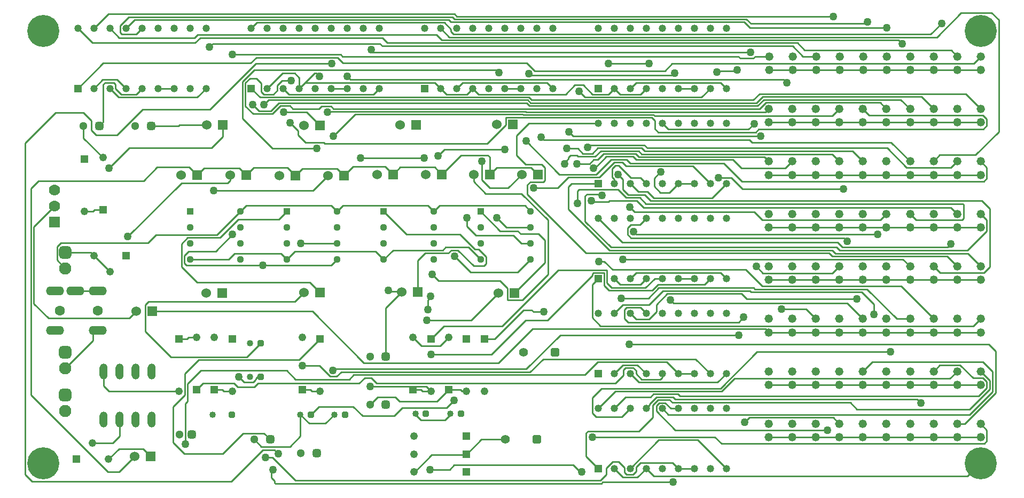
<source format=gbr>
%TF.GenerationSoftware,Altium Limited,Altium Designer,23.3.1 (30)*%
G04 Layer_Physical_Order=2*
G04 Layer_Color=16711680*
%FSLAX26Y26*%
%MOIN*%
%TF.SameCoordinates,C47A0882-6911-4C93-B89A-A613C280F5D7*%
%TF.FilePolarity,Positive*%
%TF.FileFunction,Copper,L2,Bot,Signal*%
%TF.Part,Single*%
G01*
G75*
%TA.AperFunction,Conductor*%
%ADD14C,0.010000*%
%TA.AperFunction,ComponentPad*%
%ADD15C,0.052000*%
%TA.AperFunction,ViaPad*%
%ADD16C,0.200000*%
%TA.AperFunction,ComponentPad*%
%ADD17C,0.048740*%
%ADD18R,0.048740X0.048740*%
%ADD19R,0.048740X0.048740*%
%ADD20R,0.060236X0.060236*%
%ADD21C,0.060236*%
%ADD22C,0.051181*%
G04:AMPARAMS|DCode=23|XSize=51.181mil|YSize=51.181mil|CornerRadius=12.795mil|HoleSize=0mil|Usage=FLASHONLY|Rotation=0.000|XOffset=0mil|YOffset=0mil|HoleType=Round|Shape=RoundedRectangle|*
%AMROUNDEDRECTD23*
21,1,0.051181,0.025591,0,0,0.0*
21,1,0.025591,0.051181,0,0,0.0*
1,1,0.025590,0.012795,-0.012795*
1,1,0.025590,-0.012795,-0.012795*
1,1,0.025590,-0.012795,0.012795*
1,1,0.025590,0.012795,0.012795*
%
%ADD23ROUNDEDRECTD23*%
%ADD24C,0.040000*%
G04:AMPARAMS|DCode=25|XSize=40mil|YSize=40mil|CornerRadius=10mil|HoleSize=0mil|Usage=FLASHONLY|Rotation=0.000|XOffset=0mil|YOffset=0mil|HoleType=Round|Shape=RoundedRectangle|*
%AMROUNDEDRECTD25*
21,1,0.040000,0.020000,0,0,0.0*
21,1,0.020000,0.040000,0,0,0.0*
1,1,0.020000,0.010000,-0.010000*
1,1,0.020000,-0.010000,-0.010000*
1,1,0.020000,-0.010000,0.010000*
1,1,0.020000,0.010000,0.010000*
%
%ADD25ROUNDEDRECTD25*%
%ADD26C,0.055118*%
G04:AMPARAMS|DCode=27|XSize=55.118mil|YSize=55.118mil|CornerRadius=13.78mil|HoleSize=0mil|Usage=FLASHONLY|Rotation=0.000|XOffset=0mil|YOffset=0mil|HoleType=Round|Shape=RoundedRectangle|*
%AMROUNDEDRECTD27*
21,1,0.055118,0.027559,0,0,0.0*
21,1,0.027559,0.055118,0,0,0.0*
1,1,0.027559,0.013780,-0.013780*
1,1,0.027559,-0.013780,-0.013780*
1,1,0.027559,-0.013780,0.013780*
1,1,0.027559,0.013780,0.013780*
%
%ADD27ROUNDEDRECTD27*%
%ADD28R,0.044488X0.044488*%
%ADD29C,0.044488*%
%ADD30C,0.046457*%
%ADD31R,0.046457X0.046457*%
%ADD32R,0.070000X0.070000*%
%ADD33C,0.070000*%
G04:AMPARAMS|DCode=34|XSize=76.772mil|YSize=76.772mil|CornerRadius=19.193mil|HoleSize=0mil|Usage=FLASHONLY|Rotation=270.000|XOffset=0mil|YOffset=0mil|HoleType=Round|Shape=RoundedRectangle|*
%AMROUNDEDRECTD34*
21,1,0.076772,0.038386,0,0,270.0*
21,1,0.038386,0.076772,0,0,270.0*
1,1,0.038386,-0.019193,-0.019193*
1,1,0.038386,-0.019193,0.019193*
1,1,0.038386,0.019193,0.019193*
1,1,0.038386,0.019193,-0.019193*
%
%ADD34ROUNDEDRECTD34*%
%ADD35C,0.076772*%
%ADD36R,0.048110X0.048110*%
%ADD37C,0.048110*%
%ADD38O,0.050000X0.100000*%
%ADD39O,0.112000X0.056000*%
%ADD40C,0.062992*%
%TA.AperFunction,ViaPad*%
%ADD41C,0.050000*%
D14*
X4474500Y2600500D02*
X4481000Y2607000D01*
X4353000Y2594000D02*
X4359500Y2600500D01*
X4474500D01*
X4029396Y2602000D02*
X4074396Y2647000D01*
X5955000D01*
X6001000Y2693000D01*
X4769022Y2547000D02*
X4789022Y2527000D01*
X2068000Y2547000D02*
X4769022D01*
X2047334Y2567666D02*
X2068000Y2547000D01*
X3456000Y2194000D02*
X4625000D01*
X4312000Y2853000D02*
X4313000Y2852000D01*
X4312000Y2853000D02*
Y2867500D01*
X4522000Y2907000D02*
X4558396Y2870604D01*
X2694666Y2907000D02*
X4522000D01*
X2679936Y2921730D02*
X2694666Y2907000D01*
X2715936Y2957730D02*
X2730666Y2943000D01*
X4548456Y2940000D02*
X5080000D01*
X2716626Y2925000D02*
X4538000D01*
X2701896Y2939730D02*
X2716626Y2925000D01*
X4538000D02*
X4565000Y2898000D01*
X4545456Y2943000D02*
X4548456Y2940000D01*
X2730666Y2943000D02*
X4545456D01*
X1691000Y2277000D02*
X1738697Y2229303D01*
Y2202043D02*
Y2229303D01*
X3962000Y1932000D02*
X4000000Y1970000D01*
X4396000Y2026000D02*
X4510000Y1912000D01*
X4000000Y1970000D02*
X4002000D01*
X4202998Y2008000D02*
X4312000Y1898998D01*
X3791228Y2049000D02*
X3814228Y2026000D01*
X3764000Y2031000D02*
X3787000Y2008000D01*
X3814228Y2026000D02*
X4396000D01*
X3787000Y2008000D02*
X4202998D01*
X3962000Y1880000D02*
Y1932000D01*
X1574346Y104346D02*
X1582000Y112000D01*
X1574346Y73522D02*
Y104346D01*
X1574000Y73176D02*
X1574346Y73522D01*
X1574000Y60000D02*
Y73176D01*
X3209063Y1097000D02*
X3273000D01*
X3144950Y1108000D02*
X3198063D01*
X3209063Y1097000D01*
X3296000Y1044000D02*
X3575772Y1323772D01*
X3593728Y1341728D02*
X3593730Y1341730D01*
X3583387Y1341728D02*
X3593728D01*
X3575772Y1323772D02*
Y1334113D01*
X3160000Y1044000D02*
X3296000D01*
X3575772Y1334113D02*
X3583387Y1341728D01*
X3593730Y1341730D02*
X3648230D01*
X1538000Y189000D02*
X1578244D01*
X1723244Y44000D01*
X1324000Y37000D02*
X1521000Y234000D01*
X1613142Y213000D02*
X1618000D01*
X1521000Y234000D02*
X1592142D01*
X1613142Y213000D01*
X5331963Y1079963D02*
Y1146037D01*
X5257000Y1221000D02*
X5331963Y1146037D01*
X3482000Y1776000D02*
Y1852000D01*
X3492000Y1862000D01*
X3736000D01*
X3611012Y2049240D02*
X3646772Y2085000D01*
X3584500Y2049240D02*
X3611012D01*
X3583000Y1994000D02*
X3591772D01*
X3558260Y2023000D02*
X3584500Y2049240D01*
X3480000Y2023000D02*
X3558260D01*
X3591772Y1994000D02*
X3664772Y2067000D01*
X3425827Y2052651D02*
Y2061827D01*
X3404000Y2020000D02*
Y2030824D01*
X3425827Y2061827D02*
X3440000Y2076000D01*
X3404000Y2030824D02*
X3425827Y2052651D01*
X2380002Y1225000D02*
X2385002Y1220000D01*
X2309000Y1225000D02*
X2380002D01*
X2304000Y1230000D02*
X2309000Y1225000D01*
X1058000Y1475000D02*
X1226000D01*
X1331000Y1580000D01*
X2551000Y1112000D02*
Y1170176D01*
X2566000Y1185176D01*
Y1196000D01*
X1961000Y2194000D02*
X2097450Y2330450D01*
X3142246D01*
X1371000Y690000D02*
X1403000Y658000D01*
X1461000D01*
X1738697Y2202043D02*
X1741626Y2199114D01*
X1785740Y2155000D01*
X1792456Y2344000D02*
X1876126Y2260330D01*
X1650000Y2344000D02*
X1792456D01*
X1459000Y2335000D02*
X1581000D01*
X1630000Y2384000D02*
X1689136D01*
X1581000Y2335000D02*
X1630000Y2384000D01*
X1570200Y2353000D02*
X1619200Y2402000D01*
X1526000Y2391000D02*
X1555000Y2420000D01*
X1501834Y2438000D02*
X3180009D01*
X3165098Y2402000D02*
X3183098Y2384000D01*
X3198009Y2420000D02*
X4580666D01*
X1555000D02*
X3172554D01*
X3180009Y2438000D02*
X3198009Y2420000D01*
X4608000Y2384000D02*
X4646244Y2422244D01*
X3183098Y2384000D02*
X4608000D01*
X3190554Y2402000D02*
X4600544D01*
X1447334Y2492500D02*
X1501834Y2438000D01*
X4600544Y2402000D02*
X4638788Y2440244D01*
X1619200Y2402000D02*
X3165098D01*
X4580666Y2420000D02*
X4618910Y2458244D01*
X1689136Y2384000D02*
X1706686Y2366450D01*
X3172554Y2420000D02*
X3190554Y2402000D01*
X1706686Y2366450D02*
X1869450D01*
X2668000Y498000D02*
X2714000Y544000D01*
X2390000Y498000D02*
X2668000D01*
X1785740Y2155000D02*
X1901000D01*
X1574000Y60000D02*
X1592000Y42000D01*
X1597858Y25000D02*
X3632456D01*
X1592000Y30858D02*
X1597858Y25000D01*
X1592000Y30858D02*
Y42000D01*
X3632456Y25000D02*
X3641456Y34000D01*
X3626000Y44000D02*
X3662000Y80000D01*
X1723244Y44000D02*
X3626000D01*
X5915365Y72000D02*
X5993365Y150000D01*
X3641456Y34000D02*
X4080000D01*
X5993365Y150000D02*
X6000000D01*
X3912000Y118500D02*
X3958500Y72000D01*
X5915365D01*
X3456176Y140000D02*
X3498176Y98000D01*
X3662000Y80000D02*
Y120000D01*
X3775770Y96500D02*
Y125230D01*
X3790000Y82270D02*
X3830500D01*
X3712000Y118500D02*
X3766230Y64270D01*
X2562000Y113000D02*
X2686399D01*
X3766230Y64270D02*
X3857770D01*
X3848230Y100000D02*
Y127230D01*
X3498176Y98000D02*
X3509000D01*
X3775770Y96500D02*
X3790000Y82270D01*
X3830500D02*
X3848230Y100000D01*
X3857770Y64270D02*
X3912000Y118500D01*
X2713399Y140000D02*
X3456176D01*
X2686399Y113000D02*
X2713399Y140000D01*
X1042454Y1389000D02*
X1947298D01*
X1783564Y2528730D02*
X1841834Y2587000D01*
X460000Y917924D02*
Y979984D01*
X2188786Y630214D02*
X2540558D01*
X2587298Y1725000D02*
X2623298Y1761000D01*
X3155300D01*
X3191300Y1725000D01*
X1983298D02*
X2019298Y1761000D01*
X2551298D01*
X2587298Y1725000D01*
X1379300D02*
X1415300Y1761000D01*
X1947298D01*
X1983298Y1725000D01*
X3192454Y1999000D02*
X3236124Y1955330D01*
X2978796Y1999000D02*
X3192454D01*
X2935126Y1955330D02*
X2978796Y1999000D01*
X2592456Y2000000D02*
X2636126Y1956330D01*
X2375796Y2000000D02*
X2592456D01*
X2332126Y1956330D02*
X2375796Y2000000D01*
X2935126Y1955330D02*
Y2063874D01*
X2923000Y2076000D02*
X2935126Y2063874D01*
X2755796Y2076000D02*
X2923000D01*
X2636126Y1956330D02*
X2755796Y2076000D01*
X2027124Y1949330D02*
X2081794Y2004000D01*
X2284456D01*
X2332126Y1956330D01*
X1983454Y1993000D02*
X2027124Y1949330D01*
X1765796Y1993000D02*
X1983454D01*
X1722126Y1949330D02*
X1765796Y1993000D01*
X1416126Y1950330D02*
X1462796Y1997000D01*
X1674456D01*
X1722126Y1949330D01*
X1372456Y1994000D02*
X1416126Y1950330D01*
X1153796Y1994000D02*
X1372456D01*
X1110126Y1950330D02*
X1153796Y1994000D01*
X2629666Y2492500D02*
X2666166Y2456000D01*
X2793166D01*
X2829666Y2492500D01*
X399788Y2182440D02*
Y2259000D01*
Y2182440D02*
X522000Y2060228D01*
X287000Y1468000D02*
X448000D01*
X467000Y1449000D01*
X3875500Y2456000D02*
X3912000Y2492500D01*
X3748500Y2456000D02*
X3875500D01*
X3712000Y2492500D02*
X3748500Y2456000D01*
X3712000Y1305500D02*
X3748500Y1269000D01*
X3875500D01*
X3912000Y1305500D01*
X1670700Y1425000D02*
X1720700Y1475000D01*
X2224700D01*
X2274700Y1425000D01*
X2458000Y938228D02*
X2510228Y886000D01*
X2627770D01*
X2680000Y938230D01*
X498212Y2259000D02*
X524000Y2284788D01*
Y2517000D01*
X535730Y2528730D01*
X590000D01*
X601230Y2517500D01*
Y2493000D02*
Y2517500D01*
Y2493000D02*
X637960Y2456270D01*
X728770D01*
X765000Y2492500D01*
X1755000Y1525000D02*
X1983298D01*
X1461000Y658000D02*
X1473000Y670000D01*
X1484000Y691000D01*
X1506000D01*
X1526212Y339000D02*
X1565212Y300000D01*
X1398000Y339000D02*
X1526212D01*
X1269000Y210000D02*
X1398000Y339000D01*
X1031000Y210000D02*
X1269000D01*
X960000Y281000D02*
X1031000Y210000D01*
X960000Y281000D02*
Y506000D01*
X1033372Y579372D01*
Y712000D01*
X1119372Y798000D01*
X1746770D01*
X1878000Y929230D01*
X2540558Y630214D02*
X2569000Y601772D01*
Y928228D02*
X2649772Y1009000D01*
X3011566D01*
X3362296Y1359730D01*
X3666230D01*
Y1278770D02*
Y1359730D01*
Y1278770D02*
X3697000Y1248000D01*
X3907328D01*
X3964828Y1305500D01*
X4012000D01*
X2188788Y517000D02*
X2236788Y565000D01*
X2345000D01*
X2373000Y537000D01*
X2605228D01*
X2680000Y611772D01*
X3040000Y1625000D02*
X3191300D01*
X2981000Y1684000D02*
X3040000Y1625000D01*
X2572898Y204000D02*
X2788354D01*
X2461898Y93000D02*
X2572898Y204000D01*
X2884354Y300000D02*
X3031574D01*
X2788354Y204000D02*
X2884354Y300000D01*
X3675000Y2648000D02*
X3930000D01*
X1814000Y1282000D02*
X1878000Y1218000D01*
X1109220Y1282000D02*
X1814000D01*
X1013454Y1377766D02*
X1109220Y1282000D01*
X1013454Y1377766D02*
Y1522454D01*
X1051246Y1560246D01*
X1252246D01*
X1367000Y1675000D01*
X1620700D01*
X1670700Y1725000D01*
X1031454Y1448454D02*
X1058000Y1475000D01*
X1031454Y1400000D02*
Y1448454D01*
Y1400000D02*
X1042454Y1389000D01*
X1947298D02*
X1983298Y1425000D01*
X3111300Y1345000D02*
X3191300Y1425000D01*
X2816000Y1345000D02*
X3111300D01*
X2716000Y1445000D02*
X2816000Y1345000D01*
X773000Y243000D02*
X821000Y195000D01*
X622000Y243000D02*
X773000D01*
X557000Y178000D02*
X622000Y243000D01*
X1316126Y1919126D02*
Y1950330D01*
X1300000Y1903000D02*
X1316126Y1919126D01*
X1012000Y1903000D02*
X1300000D01*
X676000Y1567000D02*
X1012000Y1903000D01*
X2578000Y1330000D02*
X2617000Y1291000D01*
X3000000D01*
X3047000Y1244000D01*
Y1172000D02*
Y1244000D01*
Y1172000D02*
X3138566D01*
X3299000Y1332434D01*
Y1670000D01*
X3133000Y1836000D02*
X3299000Y1670000D01*
X2910000Y1836000D02*
X3133000D01*
X2835126Y1910874D02*
X2910000Y1836000D01*
X2835126Y1910874D02*
Y1955330D01*
X5999000Y398712D02*
X6038000Y359712D01*
Y290000D02*
Y359712D01*
X6022000Y274000D02*
X6038000Y290000D01*
X4382000Y274000D02*
X6022000D01*
X4341000Y315000D02*
X4382000Y274000D01*
X3575000Y315000D02*
X4341000D01*
X3712000Y1087000D02*
X3768000Y1143000D01*
X3930000D01*
X4015230Y1228230D01*
X4558236D01*
X4565466Y1221000D01*
X5257000D01*
X3812000Y1087000D02*
X3848454Y1050546D01*
X3928546D01*
X3975000Y1097000D01*
Y1141502D01*
X4043728Y1210230D01*
X4505228D01*
X4538458Y1177000D01*
X5225000D01*
X3875000Y1124000D02*
X3912000Y1087000D01*
X3789000Y1124000D02*
X3875000D01*
X3775000Y1110000D02*
X3789000Y1124000D01*
X3775000Y1056546D02*
Y1110000D01*
Y1056546D02*
X3799000Y1032546D01*
X4488546D01*
X4521000Y1065000D01*
X5078666Y437712D02*
X5117666Y398712D01*
X4555712Y437712D02*
X5078666D01*
X4525000Y407000D02*
X4555712Y437712D01*
X465000Y2867500D02*
X555230Y2957730D01*
X2715936D01*
X4558396Y2870604D02*
X5413444D01*
X719230Y2921730D02*
X2679936D01*
X665000Y2867500D02*
X719230Y2921730D01*
X5282000Y2898000D02*
X5293000Y2909000D01*
X4565000Y2898000D02*
X5282000D01*
X683730Y2939730D02*
X2701896D01*
X628770Y2884770D02*
X683730Y2939730D01*
X628770Y2842500D02*
Y2884770D01*
Y2842500D02*
X640000Y2831270D01*
X728770D01*
X765000Y2867500D01*
X1329106Y2703394D02*
X2005000D01*
X2015394Y2693000D01*
X4488000D01*
X4501000Y2680000D01*
X4581000D01*
X4594000Y2693000D01*
X4679000D01*
X5999000Y726466D02*
X6056000Y669466D01*
Y614544D02*
Y669466D01*
X5929456Y488000D02*
X6056000Y614544D01*
X5227000Y488000D02*
X5929456D01*
X5185000Y530000D02*
X5227000Y488000D01*
X4075000Y530000D02*
X5185000D01*
X4057270Y547730D02*
X4075000Y530000D01*
X3986274Y547730D02*
X4057270D01*
X3952000Y513456D02*
X3986274Y547730D01*
X3952000Y439000D02*
Y513456D01*
X3866000Y353000D02*
X3952000Y439000D01*
X3550000Y353000D02*
X3866000D01*
X3537000Y340000D02*
X3550000Y353000D01*
X3537000Y193500D02*
Y340000D01*
Y193500D02*
X3612000Y118500D01*
X5806644Y681000D02*
X5852110Y726466D01*
X4463000Y681000D02*
X5806644D01*
X4383730Y601730D02*
X4463000Y681000D01*
X3720230Y601730D02*
X4383730D01*
X3612000Y493500D02*
X3720230Y601730D01*
X3712000Y493500D02*
X3784230Y565730D01*
X3939072D01*
X3957072Y583730D01*
X4110960D01*
X4124306Y570384D01*
X5986384D01*
X6038000Y622000D01*
Y660000D01*
X6014000Y684000D02*
X6038000Y660000D01*
X5952000Y684000D02*
X6014000D01*
X5870534Y765466D02*
X5952000Y684000D01*
X5744222Y765466D02*
X5870534D01*
X5705222Y726466D02*
X5744222Y765466D01*
X4618910Y2458244D02*
X5906000D01*
X5999000Y2365244D01*
X1447334Y2867500D02*
X1483564Y2903730D01*
X2652270D01*
X2693000Y2863000D01*
Y2848000D02*
Y2863000D01*
Y2848000D02*
X2710000Y2831000D01*
X5688000D01*
X5755000Y2898000D01*
X5630222Y2440244D02*
X5705222Y2365244D01*
X4638788Y2440244D02*
X5630222D01*
X5501332Y2422244D02*
X5558332Y2365244D01*
X4646244Y2422244D02*
X5501332D01*
X1495000Y2353000D02*
X1570200D01*
X1456000Y2392000D02*
X1495000Y2353000D01*
X1641104Y2540000D02*
X1696000D01*
X1611104Y2510000D02*
X1641104Y2540000D01*
X1611104Y2480000D02*
Y2510000D01*
X1587104Y2456000D02*
X1611104Y2480000D01*
X1525000Y2456000D02*
X1587104D01*
X1511000Y2470000D02*
X1525000Y2456000D01*
X1511000Y2470000D02*
Y2525000D01*
X1480000Y2556000D02*
X1511000Y2525000D01*
X1440000Y2556000D02*
X1480000D01*
X1411000Y2527000D02*
X1440000Y2556000D01*
X1411000Y2383000D02*
Y2527000D01*
Y2383000D02*
X1459000Y2335000D01*
X1869450Y2366450D02*
X1885000Y2382000D01*
X1945450D01*
X1961000Y2366450D01*
X3175192D01*
X3177414Y2364228D01*
X4619984D01*
X4660000Y2404244D01*
X5372444D01*
X5411444Y2365244D01*
X5264556D02*
X5303800Y2326000D01*
X6012000D01*
X6038000Y2300000D01*
Y2260000D02*
Y2300000D01*
X6016000Y2238000D02*
X6038000Y2260000D01*
X4614232Y2238000D02*
X6016000D01*
X4596000Y2219768D02*
X4614232Y2238000D01*
X3985232Y2219768D02*
X4596000D01*
X3965000Y2240000D02*
X3985232Y2219768D01*
X3965000Y2240000D02*
Y2293228D01*
X3948000Y2310228D02*
X3965000Y2293228D01*
X3127222Y2310228D02*
X3948000D01*
X3125000Y2312450D02*
X3127222Y2310228D01*
X3038000Y2312450D02*
X3125000D01*
X3038000Y2264564D02*
Y2312450D01*
X2921436Y2148000D02*
X3038000Y2264564D01*
X1908000Y2148000D02*
X2921436D01*
X1901000Y2155000D02*
X1908000Y2148000D01*
X5072422Y2320000D02*
X5117666Y2365244D01*
X3966230Y2320000D02*
X5072422D01*
X3958002Y2328228D02*
X3966230Y2320000D01*
X3144468Y2328228D02*
X3958002D01*
X3142246Y2330450D02*
X3144468Y2328228D01*
X4657984Y2346228D02*
X4677000Y2365244D01*
X3162468Y2346228D02*
X4657984D01*
X3160246Y2348450D02*
X3162468Y2346228D01*
X1927450Y2348450D02*
X3160246D01*
X1923000Y2344000D02*
X1927450Y2348450D01*
X5502310Y1257134D02*
X5705222Y1054222D01*
X4634866Y1257134D02*
X5502310D01*
X4532000Y1360000D02*
X4634866Y1257134D01*
X3701960Y1360000D02*
X4532000D01*
X3650960Y1411000D02*
X3701960Y1360000D01*
X3616000Y1411000D02*
X3650960D01*
X3871500Y1640000D02*
X3912000Y1680500D01*
X3816000Y1640000D02*
X3871500D01*
X3796000Y1620000D02*
X3816000Y1640000D01*
X3796000Y1580000D02*
Y1620000D01*
Y1580000D02*
X3817000Y1559000D01*
X5147000D01*
X5168000Y1538000D01*
X5166778Y1152000D02*
X5264556Y1054222D01*
X4082230Y1152000D02*
X5166778D01*
X4062000Y1172230D02*
X4082230Y1152000D01*
X4758000Y1114000D02*
X4911000D01*
X4970778Y1054222D01*
X3162246Y2165000D02*
X3371246Y1956000D01*
X3600000D01*
X3693000Y2049000D01*
X3791228D01*
X4510000Y1912000D02*
X6020000D01*
X6038000Y1930000D01*
Y1998490D01*
X5999000Y2037490D02*
X6038000Y1998490D01*
X5812620Y1998000D02*
X5852110Y2037490D01*
X5537000Y1998000D02*
X5812620D01*
X5415000Y2120000D02*
X5537000Y1998000D01*
X3920000Y2120000D02*
X5415000D01*
X3901000Y2139000D02*
X3920000Y2120000D01*
X3560000Y2139000D02*
X3901000D01*
X3545000Y2124000D02*
X3560000Y2139000D01*
X3415000Y2117000D02*
X3485000D01*
X3516760Y2085240D01*
X3575012D01*
X3610772Y2121000D01*
X3883000D01*
X3902772Y2101228D01*
X5200818D01*
X5264556Y2037490D01*
X5071928Y2083228D02*
X5117666Y2037490D01*
X3884772Y2083228D02*
X5071928D01*
X3865000Y2103000D02*
X3884772Y2083228D01*
X3628772Y2103000D02*
X3865000D01*
X3593012Y2067240D02*
X3628772Y2103000D01*
X3487000Y2067240D02*
X3593012D01*
X3478240Y2076000D02*
X3487000Y2067240D01*
X3440000Y2076000D02*
X3478240D01*
X3430000Y2220000D02*
X3456000Y2194000D01*
X5790086Y1444000D02*
X5852110Y1381976D01*
X5074000Y1444000D02*
X5790086D01*
X5054000Y1464000D02*
X5074000Y1444000D01*
X3537000Y1464000D02*
X5054000D01*
X3171000Y1830000D02*
X3537000Y1464000D01*
X3171000Y1830000D02*
Y1890000D01*
X3190000Y1909000D01*
X3270000D01*
X3280000Y1919000D01*
Y1999000D01*
X3260000Y2019000D02*
X3280000Y1999000D01*
X3160000Y2019000D02*
X3260000D01*
X3104000Y2075000D02*
X3160000Y2019000D01*
X3104000Y2075000D02*
Y2198000D01*
X3179998Y2273998D01*
X3612000D01*
X5812842Y1749000D02*
X5852110Y1709732D01*
X3897230Y1749000D02*
X5812842D01*
X3853230Y1793000D02*
X3897230Y1749000D01*
X3682000Y1793000D02*
X3853230D01*
X3675000Y1786000D02*
X3682000Y1793000D01*
X3576576Y1786000D02*
X3675000D01*
X3569576Y1793000D02*
X3576576Y1786000D01*
X5371712Y1670000D02*
X5411444Y1709732D01*
X4638000Y1670000D02*
X5371712D01*
X4587000Y1721000D02*
X4638000Y1670000D01*
X3840000Y1721000D02*
X4587000D01*
X3810000Y1751000D02*
X3840000Y1721000D01*
X1038000Y273000D02*
Y523308D01*
X1051372Y536680D01*
Y647372D01*
X1134000Y730000D01*
X1669000D01*
X1723000Y676000D01*
X2058168D01*
X2086204Y704036D01*
X3530036D01*
X3610230Y784230D01*
X4039770D01*
X4112000Y712000D01*
X4221000Y803000D02*
X4312000Y712000D01*
X3269000Y803000D02*
X4221000D01*
X3188036Y722036D02*
X3269000Y803000D01*
X2009036Y722036D02*
X3188036D01*
X1981000Y694000D02*
X2009036Y722036D01*
X1940000Y694000D02*
X1981000D01*
X1873000Y761000D02*
X1940000Y694000D01*
X1767000Y761000D02*
X1873000D01*
X4075500Y155000D02*
X4112000Y118500D01*
X3876000Y155000D02*
X4075500D01*
X3848230Y127230D02*
X3876000Y155000D01*
X3741000Y160000D02*
X3775770Y125230D01*
X3702000Y160000D02*
X3741000D01*
X3662000Y120000D02*
X3702000Y160000D01*
X80000Y37000D02*
X1324000D01*
X37000Y80000D02*
X80000Y37000D01*
X37000Y80000D02*
Y2152000D01*
X227000Y2342000D01*
X400000D01*
X449000Y2293000D01*
Y2232000D02*
Y2293000D01*
Y2232000D02*
X480000Y2201000D01*
X609000D01*
X769000Y2361000D01*
X1189870D01*
X1475870Y2647000D01*
X1949000D01*
X4275500Y1269000D02*
X4312000Y1305500D01*
X3987500Y1269000D02*
X4275500D01*
X3948500Y1230000D02*
X3987500Y1269000D01*
X3678230Y1230000D02*
X3948500D01*
X3648230Y1260000D02*
X3678230Y1230000D01*
X3648230Y1260000D02*
Y1341730D01*
X2947000Y831000D02*
X3160000Y1044000D01*
X2569000Y831000D02*
X2947000D01*
X1957000Y732000D02*
X1965036Y740036D01*
X3164036D01*
X3375000Y951000D01*
X4490000D01*
X1580000Y2117000D02*
X1858000D01*
X1393000Y2304000D02*
X1580000Y2117000D01*
X1393000Y2304000D02*
Y2534456D01*
X1467544Y2609000D01*
X2977000D01*
X2994000Y2592000D01*
X3712000Y2031000D02*
X3764000D01*
X3619000Y1938000D02*
X3712000Y2031000D01*
X3427000Y1938000D02*
X3619000D01*
X3360000Y1871000D02*
X3427000Y1938000D01*
X3209000Y1871000D02*
X3360000D01*
X3493000Y2476000D02*
X3531000Y2438000D01*
X4257500D01*
X4312000Y2492500D01*
X1110770Y2438270D02*
X1165000Y2492500D01*
X619230Y2438270D02*
X1110770D01*
X565000Y2492500D02*
X619230Y2438270D01*
X3812000Y118500D02*
X3990500Y297000D01*
X4233500D01*
X4412000Y118500D01*
X2729666Y2492500D02*
X2766166Y2529000D01*
X3293166D01*
X3329666Y2492500D01*
X3812000D02*
X3848500Y2529000D01*
X4375500D01*
X4412000Y2492500D01*
X829000Y1100000D02*
X1829408D01*
X2150000Y779408D01*
X2991306D01*
X3201864Y989966D01*
X4656256D01*
X4677000Y969222D01*
X1853000Y2587000D02*
X1873000Y2567000D01*
X1841834Y2587000D02*
X1853000D01*
X365000Y2492500D02*
X523500Y2651000D01*
X1444582D01*
X1478976Y2685394D01*
X1987000D01*
X2021394Y2651000D01*
X3167912D01*
X3216912Y2602000D01*
X4029396D01*
X5264556Y726466D02*
X5321556Y783466D01*
X6014534D01*
X6074000Y724000D01*
Y599000D02*
Y724000D01*
X5930712Y455712D02*
X6074000Y599000D01*
X4049788Y455712D02*
X5930712D01*
X4012000Y493500D02*
X4049788Y455712D01*
X3805000Y894000D02*
X6051000D01*
X6092000Y853000D01*
Y591000D02*
Y853000D01*
X5899712Y398712D02*
X6092000Y591000D01*
X5852110Y398712D02*
X5899712D01*
X3759500Y441000D02*
X3812000Y493500D01*
X3600000Y441000D02*
X3759500D01*
X3575000Y466000D02*
X3600000Y441000D01*
X3575000Y466000D02*
Y560000D01*
X3634730Y619730D01*
X4375730D01*
X4604000Y848000D01*
X5436798D01*
X5601616Y552384D02*
X5627000Y527000D01*
X4092960Y552384D02*
X5601616D01*
X4079614Y565730D02*
X4092960Y552384D01*
X3975072Y565730D02*
X4079614D01*
X3932232Y522890D02*
X3975072Y565730D01*
X3932232Y513732D02*
Y522890D01*
X3912000Y493500D02*
X3932232Y513732D01*
X2274700Y1425000D02*
X2332700Y1483000D01*
X2642000D01*
X2660000Y1501000D01*
X2802700D01*
X2878700Y1425000D01*
X2274700Y1725000D02*
X2416700Y1583000D01*
X2749000D01*
X2843000Y1489000D01*
X2865000D01*
X2914000Y1440000D01*
Y1398000D02*
Y1440000D01*
X2900000Y1384000D02*
X2914000Y1398000D01*
X2835000Y1384000D02*
X2900000D01*
X2736000Y1483000D02*
X2835000Y1384000D01*
X2696000Y1483000D02*
X2736000D01*
X2678000Y1465000D02*
X2696000Y1483000D01*
X2532000Y1465000D02*
X2678000D01*
X2485002Y1418002D02*
X2532000Y1465000D01*
X2485002Y1220000D02*
Y1418002D01*
X1107000Y611772D02*
X1147228Y652000D01*
X1340646D01*
X1364000Y628646D01*
X1467646D01*
X1491000Y652000D01*
X2120964D01*
X2155000Y686036D01*
X2196964D01*
X2231000Y652000D01*
X3720000D01*
X3771000Y703000D01*
Y736000D01*
X3783230Y748230D01*
X3830000D01*
X3848230Y730000D01*
Y712000D02*
Y730000D01*
Y712000D02*
X3884460Y675770D01*
X4000000D01*
X4012000Y687770D01*
Y712000D01*
X1271126Y2192126D02*
Y2264330D01*
X1200000Y2121000D02*
X1271126Y2192126D01*
X686000Y2121000D02*
X1200000D01*
X560000Y1995000D02*
X686000Y2121000D01*
X460000Y979984D02*
X488268D01*
X287934Y745858D02*
X460000Y917924D01*
X624000Y98000D02*
X721000Y195000D01*
X552000Y98000D02*
X624000D01*
X72000Y578000D02*
X552000Y98000D01*
X72000Y578000D02*
Y1867000D01*
X120000Y1915000D01*
X776000D01*
X861000Y2000000D01*
X1060456D01*
X1110126Y1950330D01*
X2902000Y928230D02*
X2965180D01*
X3144950Y1108000D01*
X5474912Y1054222D02*
X5558332D01*
X5290134Y1239000D02*
X5474912Y1054222D01*
X4591000Y1239000D02*
X5290134D01*
X4583000Y1247000D02*
X4591000Y1239000D01*
X3991000Y1247000D02*
X4583000D01*
X3925000Y1181000D02*
X3991000Y1247000D01*
X3755000Y1181000D02*
X3925000D01*
X5264556Y1624732D02*
X5411444D01*
X3179000Y2585000D02*
X3189000Y2575000D01*
X4079000D01*
X4091000Y2587000D01*
X4362000Y1936000D02*
X4443000D01*
X4513000Y1866000D01*
X5144000D01*
X4600000Y1380000D02*
X4641000Y1339000D01*
X5074690D01*
X5117666Y1381976D01*
X4012000Y2273998D02*
X4048230Y2237768D01*
X4550768D01*
X4585000Y2272000D01*
X3256000Y2189000D02*
X3272000Y2173000D01*
X4556116D01*
X4573116Y2156000D01*
X5439822D01*
X5558332Y2037490D01*
X3612000Y1680500D02*
X3762500Y1530000D01*
X5106000D01*
X5136000Y1500000D01*
X5792000D01*
X5813000Y1521000D01*
X2211120Y2719000D02*
X4564000D01*
X2195120Y2735000D02*
X2211120Y2719000D01*
X1188000Y2752000D02*
X1209000Y2773000D01*
X2250000D01*
X2266000Y2757000D01*
X4827000D01*
X4891000Y2693000D01*
X4972778D01*
X3132000Y1525000D02*
X3191300D01*
X3082000Y1575000D02*
X3132000Y1525000D01*
X2850000Y1575000D02*
X3082000D01*
X2792000Y1633000D02*
X2850000Y1575000D01*
X2792000Y1633000D02*
Y1684000D01*
X2287212Y818000D02*
Y1122210D01*
X2385002Y1220000D01*
X2593436Y2528730D02*
X2629666Y2492500D01*
X1783564Y2528730D02*
X2593436D01*
X1747334Y2492500D02*
X1783564Y2528730D01*
X1832794Y1855000D02*
X1927124Y1949330D01*
X1213000Y1855000D02*
X1832794D01*
X235000Y1420000D02*
X287000Y1368000D01*
X235000Y1420000D02*
Y1504000D01*
X260000Y1529000D01*
X804000D01*
X853246Y1578246D01*
X1232546D01*
X1379300Y1725000D01*
X1421000Y816000D02*
X1506000Y901000D01*
X945000Y816000D02*
X1421000D01*
X785000Y976000D02*
X945000Y816000D01*
X785000Y976000D02*
Y1140000D01*
X805000Y1160000D01*
X1720000D01*
X1778000Y1218000D01*
X3575000Y1268500D02*
X3612000Y1305500D01*
X3575000Y1060000D02*
Y1268500D01*
Y1060000D02*
X3626000Y1009000D01*
X5953778D01*
X5999000Y1054222D01*
Y1709732D02*
X6038000Y1670732D01*
Y1600000D02*
Y1670732D01*
X5918000Y1480000D02*
X6038000Y1600000D01*
X5120302Y1480000D02*
X5918000D01*
X5100302Y1500000D02*
X5120302Y1480000D01*
X3693000Y1500000D02*
X5100302D01*
X3531000Y1662000D02*
X3693000Y1500000D01*
X3531000Y1662000D02*
Y1820000D01*
X3542000Y1831000D01*
X3630000D01*
X3637000Y1824000D01*
X3812000Y712000D02*
X3866230Y657770D01*
X4357770D01*
X4412000Y712000D01*
X4065500Y493500D02*
X4112000D01*
X4029270Y529730D02*
X4065500Y493500D01*
X3993730Y529730D02*
X4029270D01*
X3975000Y511000D02*
X3993730Y529730D01*
X3975000Y478000D02*
Y511000D01*
Y478000D02*
X4094000Y359000D01*
X5044000D01*
X3091000Y1216000D02*
X3278680Y1403680D01*
Y1545320D01*
X3240000Y1584000D02*
X3278680Y1545320D01*
X3129000Y1584000D02*
X3240000D01*
X3110000Y1603000D02*
X3129000Y1584000D01*
X3000700Y1603000D02*
X3110000D01*
X2878700Y1725000D02*
X3000700Y1603000D01*
X2653000Y2112000D02*
X3031000D01*
X2613000Y2072000D02*
X2653000Y2112000D01*
X2763000Y601772D02*
X2791000D01*
X2753000Y611772D02*
X2763000Y601772D01*
X2680000Y611772D02*
X2753000D01*
X2339000Y447000D02*
X2390000Y498000D01*
X2142000Y447000D02*
X2339000D01*
X2084000Y505000D02*
X2142000Y447000D01*
X1869000Y505000D02*
X2084000D01*
X1820000Y456000D02*
X1869000Y505000D01*
X2131000Y2057000D02*
X2527000D01*
X4056002Y1843000D02*
X4112000Y1898998D01*
X3999000Y1843000D02*
X4056002D01*
X3962000Y1880000D02*
X3999000Y1843000D01*
X3849000Y1582000D02*
X5358000D01*
X3834000Y1597000D02*
X3849000Y1582000D01*
X3446998Y1898998D02*
X3612000D01*
X3427000Y1879000D02*
X3446998Y1898998D01*
X3427000Y1739000D02*
Y1879000D01*
Y1739000D02*
X3684000Y1482000D01*
X5072000D01*
X5092000Y1462000D01*
X5918976D01*
X5999000Y1381976D01*
X5514308Y1426000D02*
X5558332Y1381976D01*
X3767000Y1426000D02*
X5514308D01*
X2885000Y1920000D02*
Y2038000D01*
Y1920000D02*
X2935000Y1870000D01*
X3050794D01*
X3136124Y1955330D01*
X4649262Y2065228D02*
X4677000Y2037490D01*
X3866772Y2065228D02*
X4649262D01*
X3847000Y2085000D02*
X3866772Y2065228D01*
X3646772Y2085000D02*
X3847000D01*
X4780398Y1994000D02*
X4823888Y2037490D01*
X4507000Y1994000D02*
X4780398D01*
X4453772Y2047228D02*
X4507000Y1994000D01*
X3848772Y2047228D02*
X4453772D01*
X3829000Y2067000D02*
X3848772Y2047228D01*
X3664772Y2067000D02*
X3829000D01*
X5705222Y2037490D02*
X5744732Y2077000D01*
X5967000D01*
X6113000Y2223000D01*
Y2920000D01*
X6068000Y2965000D02*
X6113000Y2920000D01*
X5878000Y2965000D02*
X6068000D01*
X5726000Y2813000D02*
X5878000Y2965000D01*
X2684166Y2813000D02*
X5726000D01*
X2629666Y2867500D02*
X2684166Y2813000D01*
X2543000Y1044000D02*
X2819000D01*
X2991000Y1216000D01*
X1747334Y2492500D02*
Y2559396D01*
X1720000Y2586730D02*
X1747334Y2559396D01*
X1641564Y2586730D02*
X1720000D01*
X1547334Y2492500D02*
X1641564Y2586730D01*
X1066700Y1425000D02*
X1308000D01*
X1344000Y1461000D01*
X1634700D01*
X1670700Y1425000D01*
X3675770Y2456270D02*
X3712000Y2492500D01*
X3577730Y2456270D02*
X3675770D01*
X3520000Y2514000D02*
X3577730Y2456270D01*
X3468000Y2514000D02*
X3520000D01*
X3410000Y2456000D02*
X3468000Y2514000D01*
X2866166Y2456000D02*
X3410000D01*
X2829666Y2492500D02*
X2866166Y2456000D01*
X1647334Y2492500D02*
X1683834Y2456000D01*
X2210834D01*
X2247334Y2492500D01*
X5815110Y2732000D02*
X5854110Y2693000D01*
X4900888Y2732000D02*
X5815110D01*
X4855888Y2777000D02*
X4900888Y2732000D01*
X2297944Y2777000D02*
X4855888D01*
X2265132Y2809812D02*
X2297944Y2777000D01*
X1130598Y2809812D02*
X2265132D01*
X1097786Y2777000D02*
X1130598Y2809812D01*
X455500Y2777000D02*
X1097786D01*
X365000Y2867500D02*
X455500Y2777000D01*
X5488000Y2795000D02*
X5511000Y2772000D01*
X2635000Y2795000D02*
X5488000D01*
X2602188Y2827812D02*
X2635000Y2795000D01*
X1112598Y2827812D02*
X2602188D01*
X1093786Y2809000D02*
X1112598Y2827812D01*
X623500Y2809000D02*
X1093786D01*
X565000Y2867500D02*
X623500Y2809000D01*
X5558332Y1709732D02*
X5598064Y1670000D01*
X5882000D01*
X5892000Y1680000D01*
Y1767000D01*
X5886000Y1773000D02*
X5892000Y1767000D01*
X3911230Y1773000D02*
X5886000D01*
X3873230Y1811000D02*
X3911230Y1773000D01*
X3787000Y1811000D02*
X3873230D01*
X3736000Y1862000D02*
X3787000Y1811000D01*
X5705222Y1381976D02*
X5745198Y1342000D01*
X6020000D01*
X6056000Y1378000D01*
Y1742000D01*
X6007000Y1791000D02*
X6056000Y1742000D01*
X3940230Y1791000D02*
X6007000D01*
X3902230Y1829000D02*
X3940230Y1791000D01*
X3800000Y1829000D02*
X3902230D01*
X3766000Y1863000D02*
X3800000Y1829000D01*
X3766000Y1863000D02*
Y1926000D01*
X3737000Y1955000D02*
X3766000Y1926000D01*
X4322002Y1809000D02*
X4412000Y1898998D01*
X3958230Y1809000D02*
X4322002D01*
X3920230Y1847000D02*
X3958230Y1809000D01*
X3863998Y1847000D02*
X3920230D01*
X3812000Y1898998D02*
X3863998Y1847000D01*
X3712000Y1898998D02*
Y1925226D01*
X3699000Y1938226D02*
X3712000Y1925226D01*
X3699000Y1938226D02*
Y1992000D01*
X3720000Y2013000D01*
X3740228D01*
X3817228Y1936000D01*
X3874998D01*
X3912000Y1898998D01*
X4823888Y2280244D02*
X4970778D01*
X686000Y1057000D02*
X729000Y1100000D01*
X182000Y1057000D02*
X686000D01*
X90000Y1149000D02*
X182000Y1057000D01*
X90000Y1149000D02*
Y1628000D01*
X219000Y1757000D01*
X3857770Y766230D02*
X3912000Y712000D01*
X3766230Y766230D02*
X3857770D01*
X3712000Y712000D02*
X3766230Y766230D01*
X1754000Y320000D02*
Y456000D01*
X1690000Y256000D02*
X1754000Y320000D01*
X1510788Y256000D02*
X1690000D01*
X1466788Y300000D02*
X1510788Y256000D01*
X3812000Y1305500D02*
X3848500Y1342000D01*
X4375500D01*
X4412000Y1305500D01*
X610770Y2546730D02*
X665000Y2492500D01*
X519230Y2546730D02*
X610770D01*
X465000Y2492500D02*
X519230Y2546730D01*
X626000Y320000D02*
Y424000D01*
X584000Y278000D02*
X626000Y320000D01*
X457000Y278000D02*
X584000D01*
X526000Y635772D02*
Y724000D01*
Y635772D02*
X560000Y601772D01*
X996000D01*
X2472000Y456000D02*
X2508000Y420000D01*
X2655000D01*
X2691000Y456000D01*
X1754000D02*
X1810000Y400000D01*
X1911000D01*
X1967000Y456000D01*
X467000Y1449000D02*
X567000Y1349000D01*
X350472Y1228016D02*
X488268D01*
X1056000Y938228D02*
X1107000D01*
X1046000Y928228D02*
X1056000Y938228D01*
X996000Y928228D02*
X1046000D01*
X469000Y1733772D02*
X522000D01*
X459000Y1723772D02*
X469000Y1733772D01*
X406000Y1723772D02*
X459000D01*
X999330Y2264330D02*
X1171126D01*
X994000Y2259000D02*
X999330Y2264330D01*
X823212Y2259000D02*
X994000D01*
X1278000Y601772D02*
X1329000D01*
X1268000Y611772D02*
X1278000Y601772D01*
X1218000Y611772D02*
X1268000D01*
X1826000Y602772D02*
X1878000D01*
X1817000Y611772D02*
X1826000Y602772D01*
X1766000Y611772D02*
X1817000D01*
X2518000Y601772D02*
X2569000D01*
X2508000Y611772D02*
X2518000Y601772D01*
X2458000Y611772D02*
X2508000D01*
X4112000Y712000D02*
X4212000D01*
X865000Y2492500D02*
X965000D01*
X4112000Y118500D02*
X4212000D01*
X1947334Y2492500D02*
X2047334D01*
X4112000Y1305500D02*
X4212000D01*
X3029666Y2492500D02*
X3129666D01*
X4112000Y1898998D02*
X4212000D01*
X4112000Y2492500D02*
X4212000D01*
X4972778Y2608000D02*
X5119666D01*
X4825888D02*
X4972778D01*
X4679000D02*
X4825888D01*
X5854110D02*
X6001000D01*
X5707222D02*
X5854110D01*
X5560332D02*
X5707222D01*
X5413444D02*
X5560332D01*
X5119666D02*
X5266556D01*
X5413444D01*
X5852110Y1952490D02*
X5999000D01*
X5705222D02*
X5852110D01*
X5558332D02*
X5705222D01*
X5411444D02*
X5558332D01*
X5264556D02*
X5411444D01*
X5117666D02*
X5264556D01*
X4970778D02*
X5117666D01*
X4823888D02*
X4970778D01*
X4677000D02*
X4823888D01*
X5852110Y2280244D02*
X5999000D01*
X5705222D02*
X5852110D01*
X5558332D02*
X5705222D01*
X5411444D02*
X5558332D01*
X5264556D02*
X5411444D01*
X4677000D02*
X4823888D01*
X5117666D02*
X5264556D01*
X4970778D02*
X5117666D01*
X4677000Y641466D02*
X4823888D01*
X5852110D02*
X5999000D01*
X5705222D02*
X5852110D01*
X5558332D02*
X5705222D01*
X5411444D02*
X5558332D01*
X5264556D02*
X5411444D01*
X5117666D02*
X5264556D01*
X4823888D02*
X4970778D01*
X5117666D01*
X5852110Y313712D02*
X5999000D01*
X5705222D02*
X5852110D01*
X5558332D02*
X5705222D01*
X5411444D02*
X5558332D01*
X5264556D02*
X5411444D01*
X5117666D02*
X5264556D01*
X4970778D02*
X5117666D01*
X4823888D02*
X4970778D01*
X4677000D02*
X4823888D01*
X5852110Y969222D02*
X5999000D01*
X5705222D02*
X5852110D01*
X5558332D02*
X5705222D01*
X5264556D02*
X5411444D01*
X5558332D01*
X5117666D02*
X5264556D01*
X4970778D02*
X5117666D01*
X4823888D02*
X4970778D01*
X4677000D02*
X4823888D01*
X4677000Y1624732D02*
X4823888D01*
X5852110D02*
X5999000D01*
X5705222D02*
X5852110D01*
X5558332D02*
X5705222D01*
X5411444D02*
X5558332D01*
X5117666D02*
X5264556D01*
X4823888D02*
X4970778D01*
X5117666D01*
X5852110Y1296976D02*
X5999000D01*
X5705222D02*
X5852110D01*
X5558332D02*
X5705222D01*
X5264556D02*
X5411444D01*
X5558332D01*
X4677000D02*
X4823888D01*
X5117666D02*
X5264556D01*
X4823888D02*
X4970778D01*
X5117666D01*
D15*
X5852110Y1952490D02*
D03*
Y2037490D02*
D03*
X5999000Y1952490D02*
D03*
Y2037490D02*
D03*
X5558332Y2280244D02*
D03*
Y2365244D02*
D03*
X5411444Y2280244D02*
D03*
Y2365244D02*
D03*
X5705222Y2280244D02*
D03*
Y2365244D02*
D03*
X5264556Y1952490D02*
D03*
Y2037490D02*
D03*
X5999000Y2280244D02*
D03*
Y2365244D02*
D03*
X5852110Y2280244D02*
D03*
Y2365244D02*
D03*
X5558332Y1952490D02*
D03*
Y2037490D02*
D03*
X5411444Y1952490D02*
D03*
Y2037490D02*
D03*
X5705222Y1952490D02*
D03*
Y2037490D02*
D03*
X5264556Y2280244D02*
D03*
Y2365244D02*
D03*
X5558332Y1296976D02*
D03*
Y1381976D02*
D03*
X5705222Y1296976D02*
D03*
Y1381976D02*
D03*
X5852110Y1296976D02*
D03*
Y1381976D02*
D03*
X5999000Y1296976D02*
D03*
Y1381976D02*
D03*
X5411444Y1296976D02*
D03*
Y1381976D02*
D03*
X5852110Y1624732D02*
D03*
Y1709732D02*
D03*
X5999000Y1624732D02*
D03*
Y1709732D02*
D03*
X5264556Y1624732D02*
D03*
Y1709732D02*
D03*
X5411444Y1624732D02*
D03*
Y1709732D02*
D03*
X5705222Y1624732D02*
D03*
Y1709732D02*
D03*
X5558332Y1624732D02*
D03*
Y1709732D02*
D03*
X5411444Y313712D02*
D03*
Y398712D02*
D03*
X4679000Y2693000D02*
D03*
Y2608000D02*
D03*
X5413444Y2693000D02*
D03*
Y2608000D02*
D03*
X5264556Y1296976D02*
D03*
Y1381976D02*
D03*
X5266556Y2693000D02*
D03*
Y2608000D02*
D03*
X4972778Y2693000D02*
D03*
Y2608000D02*
D03*
X5119666Y2693000D02*
D03*
Y2608000D02*
D03*
X5264556Y641466D02*
D03*
Y726466D02*
D03*
X4823888Y2280244D02*
D03*
Y2365244D02*
D03*
X4970778Y2280244D02*
D03*
Y2365244D02*
D03*
X5117666Y2280244D02*
D03*
Y2365244D02*
D03*
X4825888Y2693000D02*
D03*
Y2608000D02*
D03*
X5854110Y2693000D02*
D03*
Y2608000D02*
D03*
X5707222Y2693000D02*
D03*
Y2608000D02*
D03*
X5560332Y2693000D02*
D03*
Y2608000D02*
D03*
X6001000Y2693000D02*
D03*
Y2608000D02*
D03*
X5264556Y313712D02*
D03*
Y398712D02*
D03*
X5852110Y313712D02*
D03*
Y398712D02*
D03*
X5705222Y313712D02*
D03*
Y398712D02*
D03*
X5558332Y313712D02*
D03*
Y398712D02*
D03*
X5264556Y969222D02*
D03*
Y1054222D02*
D03*
X5558332Y969222D02*
D03*
Y1054222D02*
D03*
X5705222Y969222D02*
D03*
Y1054222D02*
D03*
X5411444Y969222D02*
D03*
Y1054222D02*
D03*
X5999000Y398712D02*
D03*
Y313712D02*
D03*
X5852110Y641466D02*
D03*
Y726466D02*
D03*
X5999000Y641466D02*
D03*
Y726466D02*
D03*
X5411444Y641466D02*
D03*
Y726466D02*
D03*
X5705222Y641466D02*
D03*
Y726466D02*
D03*
X5558332Y641466D02*
D03*
Y726466D02*
D03*
X5852110Y969222D02*
D03*
Y1054222D02*
D03*
X4677000Y2280244D02*
D03*
Y2365244D02*
D03*
X5999000Y969222D02*
D03*
Y1054222D02*
D03*
X4677000Y313712D02*
D03*
Y398712D02*
D03*
X4823888Y641466D02*
D03*
Y726466D02*
D03*
X4677000Y641466D02*
D03*
Y726466D02*
D03*
X4823888Y313712D02*
D03*
Y398712D02*
D03*
X4677000Y969222D02*
D03*
Y1054222D02*
D03*
X5117666Y969222D02*
D03*
Y1054222D02*
D03*
X4677000Y1296976D02*
D03*
Y1381976D02*
D03*
X4970778Y1296976D02*
D03*
Y1381976D02*
D03*
X5117666Y1296976D02*
D03*
Y1381976D02*
D03*
X4970778Y969222D02*
D03*
Y1054222D02*
D03*
X4823888Y1296976D02*
D03*
Y1381976D02*
D03*
Y969222D02*
D03*
Y1054222D02*
D03*
X4677000Y1624732D02*
D03*
Y1709732D02*
D03*
X4823888Y1952490D02*
D03*
Y2037490D02*
D03*
Y1624732D02*
D03*
Y1709732D02*
D03*
X4677000Y1952490D02*
D03*
Y2037490D02*
D03*
X4970778Y313712D02*
D03*
Y398712D02*
D03*
Y641466D02*
D03*
Y726466D02*
D03*
X5117666Y641466D02*
D03*
Y726466D02*
D03*
Y313712D02*
D03*
Y398712D02*
D03*
Y1624732D02*
D03*
Y1709732D02*
D03*
X4970778Y1952490D02*
D03*
Y2037490D02*
D03*
Y1624732D02*
D03*
Y1709732D02*
D03*
X5117666Y1952490D02*
D03*
Y2037490D02*
D03*
D16*
X150000Y150000D02*
D03*
Y2850000D02*
D03*
X6000000Y150000D02*
D03*
Y2850000D02*
D03*
D17*
X1107000Y938228D02*
D03*
X2461771Y97000D02*
D03*
Y209000D02*
D03*
Y320000D02*
D03*
X1878000Y602772D02*
D03*
X1766000Y938230D02*
D03*
X1329000Y601772D02*
D03*
X1218000Y938228D02*
D03*
X996000Y601772D02*
D03*
X522000Y2060228D02*
D03*
X406000Y1723772D02*
D03*
X2458000Y938228D02*
D03*
X2569000Y601772D02*
D03*
X2902000D02*
D03*
X2680000Y938230D02*
D03*
X2791000Y601772D02*
D03*
D18*
X1107000Y611772D02*
D03*
X1878000Y929230D02*
D03*
X1766000Y611772D02*
D03*
X1329000Y928228D02*
D03*
X1218000Y611772D02*
D03*
X996000Y928228D02*
D03*
X522000Y1733772D02*
D03*
X406000Y2050228D02*
D03*
X2458000Y611772D02*
D03*
X2569000Y928228D02*
D03*
X2902000Y928230D02*
D03*
X2680000Y611772D02*
D03*
X2791000Y928230D02*
D03*
D19*
X2788227Y97000D02*
D03*
Y209000D02*
D03*
X2788229Y320000D02*
D03*
D20*
X3081126Y2269330D02*
D03*
X3236124Y1955330D02*
D03*
X2935126D02*
D03*
X1876126Y2260330D02*
D03*
X1722126Y1949330D02*
D03*
X2332126Y1956330D02*
D03*
X2027124Y1949330D02*
D03*
X1416126Y1950330D02*
D03*
X1110126D02*
D03*
X1271126Y2264330D02*
D03*
X2477126Y2265330D02*
D03*
X2636126Y1956330D02*
D03*
X3091000Y1216000D02*
D03*
X2485002Y1220000D02*
D03*
X1878000Y1218000D02*
D03*
X1268000Y1216000D02*
D03*
X821000Y195000D02*
D03*
X829000Y1100000D02*
D03*
D21*
X2981126Y2269330D02*
D03*
X3136124Y1955330D02*
D03*
X2835126D02*
D03*
X1776126Y2260330D02*
D03*
X1622126Y1949330D02*
D03*
X2232126Y1956330D02*
D03*
X1927124Y1949330D02*
D03*
X1316126Y1950330D02*
D03*
X1010126D02*
D03*
X1171126Y2264330D02*
D03*
X2377126Y2265330D02*
D03*
X2536126Y1956330D02*
D03*
X2991000Y1216000D02*
D03*
X2385002Y1220000D02*
D03*
X1778000Y1218000D02*
D03*
X1168000Y1216000D02*
D03*
X721000Y195000D02*
D03*
X729000Y1100000D02*
D03*
D22*
X724788Y2259000D02*
D03*
X2188788Y517000D02*
D03*
X2188786Y818000D02*
D03*
X1466788Y300000D02*
D03*
X1757788Y214000D02*
D03*
X399788Y2259000D02*
D03*
X998630Y332000D02*
D03*
D23*
X823212Y2259000D02*
D03*
X2287212Y517000D02*
D03*
Y818000D02*
D03*
X1565212Y300000D02*
D03*
X1856212Y214000D02*
D03*
X498212Y2259000D02*
D03*
X1077370Y332000D02*
D03*
D24*
X2691000Y460000D02*
D03*
X2472000D02*
D03*
X1754000Y456000D02*
D03*
X1967000D02*
D03*
X1440000Y691000D02*
D03*
Y901000D02*
D03*
X1205000Y454000D02*
D03*
D25*
X2757000Y460000D02*
D03*
X2538000D02*
D03*
X1820000Y456000D02*
D03*
X2033000D02*
D03*
X1506000Y691000D02*
D03*
Y901000D02*
D03*
X1325000Y454000D02*
D03*
D26*
X3145574Y845000D02*
D03*
X3031574Y300000D02*
D03*
D27*
X3342426Y845000D02*
D03*
X3228426Y300000D02*
D03*
D28*
X2878700Y1725000D02*
D03*
X2274700D02*
D03*
X1670700D02*
D03*
X1066700D02*
D03*
D29*
X2878700Y1625000D02*
D03*
Y1525000D02*
D03*
Y1425000D02*
D03*
X3191300D02*
D03*
Y1525000D02*
D03*
Y1625000D02*
D03*
Y1725000D02*
D03*
X2587298D02*
D03*
Y1625000D02*
D03*
Y1525000D02*
D03*
Y1425000D02*
D03*
X2274700D02*
D03*
Y1525000D02*
D03*
Y1625000D02*
D03*
X1983298Y1725000D02*
D03*
Y1625000D02*
D03*
Y1525000D02*
D03*
Y1425000D02*
D03*
X1670700D02*
D03*
Y1525000D02*
D03*
Y1625000D02*
D03*
X1379300Y1725000D02*
D03*
Y1625000D02*
D03*
Y1525000D02*
D03*
Y1425000D02*
D03*
X1066700D02*
D03*
Y1525000D02*
D03*
Y1625000D02*
D03*
D30*
X3612000Y2273998D02*
D03*
X3712000D02*
D03*
X3812000D02*
D03*
X3912000D02*
D03*
X4012000D02*
D03*
X4112000D02*
D03*
X4212000D02*
D03*
X4312000D02*
D03*
X4412000D02*
D03*
Y1898998D02*
D03*
X4312000D02*
D03*
X4212000D02*
D03*
X4112000D02*
D03*
X4012000D02*
D03*
X3912000D02*
D03*
X3812000D02*
D03*
X3712000D02*
D03*
X3612000Y1680500D02*
D03*
X3712000D02*
D03*
X3812000D02*
D03*
X3912000D02*
D03*
X4012000D02*
D03*
X4112000D02*
D03*
X4212000D02*
D03*
X4312000D02*
D03*
X4412000D02*
D03*
Y1305500D02*
D03*
X4312000D02*
D03*
X4212000D02*
D03*
X4112000D02*
D03*
X4012000D02*
D03*
X3912000D02*
D03*
X3812000D02*
D03*
X3712000D02*
D03*
X3612000Y2867500D02*
D03*
X3712000D02*
D03*
X3812000D02*
D03*
X3912000D02*
D03*
X4012000D02*
D03*
X4112000D02*
D03*
X4212000D02*
D03*
X4312000D02*
D03*
X4412000D02*
D03*
Y2492500D02*
D03*
X4312000D02*
D03*
X4212000D02*
D03*
X4112000D02*
D03*
X4012000D02*
D03*
X3912000D02*
D03*
X3812000D02*
D03*
X3712000D02*
D03*
X2529666Y2867500D02*
D03*
X2629666D02*
D03*
X2729666D02*
D03*
X2829666D02*
D03*
X2929666D02*
D03*
X3029666D02*
D03*
X3129666D02*
D03*
X3229666D02*
D03*
X3329666D02*
D03*
Y2492500D02*
D03*
X3229666D02*
D03*
X3129666D02*
D03*
X3029666D02*
D03*
X2929666D02*
D03*
X2829666D02*
D03*
X2729666D02*
D03*
X2629666D02*
D03*
X365000Y2867500D02*
D03*
X465000D02*
D03*
X565000D02*
D03*
X665000D02*
D03*
X765000D02*
D03*
X865000D02*
D03*
X965000D02*
D03*
X1065000D02*
D03*
X1165000D02*
D03*
Y2492500D02*
D03*
X1065000D02*
D03*
X965000D02*
D03*
X865000D02*
D03*
X765000D02*
D03*
X665000D02*
D03*
X565000D02*
D03*
X465000D02*
D03*
X3712000Y712000D02*
D03*
X3812000D02*
D03*
X3912000D02*
D03*
X4012000D02*
D03*
X4112000D02*
D03*
X4212000D02*
D03*
X4312000D02*
D03*
X4412000D02*
D03*
Y1087000D02*
D03*
X4312000D02*
D03*
X4212000D02*
D03*
X4112000D02*
D03*
X4012000D02*
D03*
X3912000D02*
D03*
X3812000D02*
D03*
X3712000D02*
D03*
X3612000D02*
D03*
X1447334Y2867500D02*
D03*
X1547334D02*
D03*
X1647334D02*
D03*
X1747334D02*
D03*
X1847334D02*
D03*
X1947334D02*
D03*
X2047334D02*
D03*
X2147334D02*
D03*
X2247334D02*
D03*
Y2492500D02*
D03*
X2147334D02*
D03*
X2047334D02*
D03*
X1947334D02*
D03*
X1847334D02*
D03*
X1747334D02*
D03*
X1647334D02*
D03*
X1547334D02*
D03*
X3612000Y493500D02*
D03*
X3712000D02*
D03*
X3812000D02*
D03*
X3912000D02*
D03*
X4012000D02*
D03*
X4112000D02*
D03*
X4212000D02*
D03*
X4312000D02*
D03*
X4412000D02*
D03*
Y118500D02*
D03*
X4312000D02*
D03*
X4212000D02*
D03*
X4112000D02*
D03*
X4012000D02*
D03*
X3912000D02*
D03*
X3812000D02*
D03*
X3712000D02*
D03*
D31*
X3612000Y1898998D02*
D03*
Y1305500D02*
D03*
Y2492500D02*
D03*
X2529666D02*
D03*
X365000D02*
D03*
X3612000Y712000D02*
D03*
X1447334Y2492500D02*
D03*
X3612000Y118500D02*
D03*
D32*
X219000Y1657000D02*
D03*
D33*
Y1857000D02*
D03*
Y1757000D02*
D03*
D34*
X287000Y1468000D02*
D03*
X287934Y577000D02*
D03*
Y845858D02*
D03*
D35*
X287000Y1368000D02*
D03*
X287934Y477000D02*
D03*
Y745858D02*
D03*
D36*
X357000Y178000D02*
D03*
X667000Y1449000D02*
D03*
D37*
X457000Y278000D02*
D03*
X557000Y178000D02*
D03*
X467000Y1449000D02*
D03*
X567000Y1349000D02*
D03*
D38*
X526000Y424000D02*
D03*
X626000D02*
D03*
X526000Y724000D02*
D03*
X626000D02*
D03*
X826000Y424000D02*
D03*
X726000D02*
D03*
Y724000D02*
D03*
X826000D02*
D03*
D39*
X224488Y1228016D02*
D03*
Y979984D02*
D03*
X488268Y1228016D02*
D03*
Y979984D02*
D03*
X350472Y1228016D02*
D03*
D40*
X252048Y1104000D02*
D03*
X488268D02*
D03*
D41*
X4481000Y2607000D02*
D03*
X4625000Y2194000D02*
D03*
X4353000Y2594000D02*
D03*
X1691000Y2277000D02*
D03*
X4002000Y1970000D02*
D03*
X1582000Y112000D02*
D03*
X3273000Y1097000D02*
D03*
X1538000Y189000D02*
D03*
X5331963Y1079963D02*
D03*
X3482000Y1776000D02*
D03*
X3480000Y2023000D02*
D03*
X3583000Y1994000D02*
D03*
X3404000Y2020000D02*
D03*
X2304000Y1230000D02*
D03*
X1331000Y1580000D02*
D03*
X2566000Y1196000D02*
D03*
X1961000Y2194000D02*
D03*
X1371000Y690000D02*
D03*
X1650000Y2344000D02*
D03*
X2714000Y544000D02*
D03*
X4080000Y34000D02*
D03*
X3509000Y98000D02*
D03*
X2562000Y113000D02*
D03*
X1520000Y1387000D02*
D03*
X1755000Y1525000D02*
D03*
X2188786Y630214D02*
D03*
X2981000Y1684000D02*
D03*
X3930000Y2648000D02*
D03*
X3675000D02*
D03*
X2716000Y1445000D02*
D03*
X676000Y1567000D02*
D03*
X2578000Y1330000D02*
D03*
X3575000Y315000D02*
D03*
X5225000Y1177000D02*
D03*
X4521000Y1065000D02*
D03*
X4525000Y407000D02*
D03*
X5080000Y2940000D02*
D03*
X5413444Y2870604D02*
D03*
X5293000Y2909000D02*
D03*
X1329106Y2703394D02*
D03*
X5755000Y2898000D02*
D03*
X1526000Y2391000D02*
D03*
X1456000Y2392000D02*
D03*
X1696000Y2540000D02*
D03*
X1923000Y2344000D02*
D03*
X3616000Y1411000D02*
D03*
X5168000Y1538000D02*
D03*
X4062000Y1172230D02*
D03*
X4758000Y1114000D02*
D03*
X3162246Y2165000D02*
D03*
X3545000Y2124000D02*
D03*
X3415000Y2117000D02*
D03*
X3430000Y2220000D02*
D03*
X3569576Y1793000D02*
D03*
X3810000Y1751000D02*
D03*
X1038000Y273000D02*
D03*
X1767000Y761000D02*
D03*
X1618000Y213000D02*
D03*
X1949000Y2647000D02*
D03*
X2569000Y831000D02*
D03*
X1957000Y732000D02*
D03*
X4490000Y951000D02*
D03*
X1858000Y2117000D02*
D03*
X2994000Y2592000D02*
D03*
X3209000Y1871000D02*
D03*
X3493000Y2476000D02*
D03*
X1873000Y2567000D02*
D03*
X3805000Y894000D02*
D03*
X5436798Y848000D02*
D03*
X5627000Y527000D02*
D03*
X560000Y1995000D02*
D03*
X3755000Y1181000D02*
D03*
X3179000Y2585000D02*
D03*
X4091000Y2587000D02*
D03*
X4362000Y1936000D02*
D03*
X5144000Y1866000D02*
D03*
X4600000Y1380000D02*
D03*
X4585000Y2272000D02*
D03*
X3256000Y2189000D02*
D03*
X5813000Y1521000D02*
D03*
X4564000Y2719000D02*
D03*
X2195120Y2735000D02*
D03*
X1188000Y2752000D02*
D03*
X2792000Y1684000D02*
D03*
X2551000Y1112000D02*
D03*
X1213000Y1855000D02*
D03*
X3637000Y1824000D02*
D03*
X5044000Y359000D02*
D03*
X3031000Y2112000D02*
D03*
X2613000Y2072000D02*
D03*
X2527000Y2057000D02*
D03*
X2131000D02*
D03*
X5358000Y1582000D02*
D03*
X3834000Y1597000D02*
D03*
X3767000Y1426000D02*
D03*
X2885000Y2038000D02*
D03*
X2543000Y1044000D02*
D03*
X2047334Y2567666D02*
D03*
X4789022Y2527000D02*
D03*
X5511000Y2772000D02*
D03*
X3737000Y1955000D02*
D03*
%TF.MD5,a1f0fd886b65b4e8bc17b5ac3e0f6bb1*%
M02*

</source>
